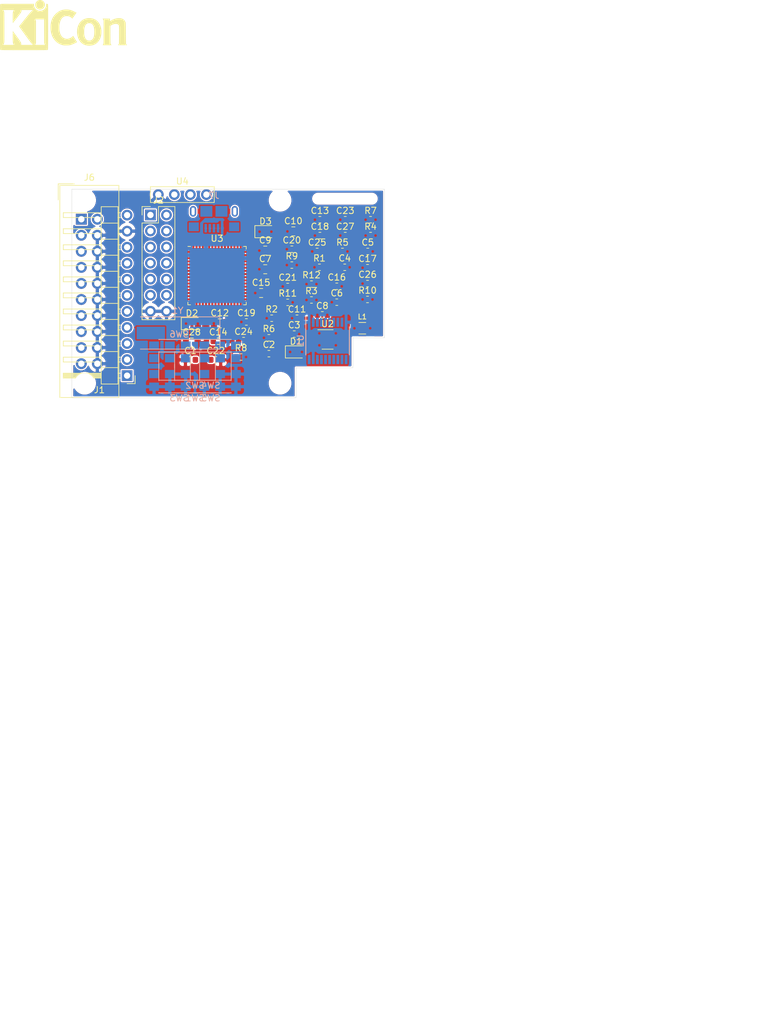
<source format=kicad_pcb>
(kicad_pcb (version 20171130) (host pcbnew 5.1.0+dfsg1-1)
  (layers (0 F.Cu signal) (1 In1.Cu signal) (2 In2.Cu signal) (3 In3.Cu signal) (4 In4.Cu signal) (5 In5.Cu signal) (6 In6.Cu signal) (7 In7.Cu signal) (8 In8.Cu signal) (9 In9.Cu signal) (10 In10.Cu signal) (11 In11.Cu signal) (12 In12.Cu signal) (13 In13.Cu signal) (14 In14.Cu signal) (15 In15.Cu signal) (16 In16.Cu signal) (17 In17.Cu signal) (18 In18.Cu signal) (19 In19.Cu signal) (20 In20.Cu signal) (21 In21.Cu signal) (22 In22.Cu signal) (23 In23.Cu signal) (24 In24.Cu signal) (25 In25.Cu signal) (26 In26.Cu signal) (27 In27.Cu signal) (28 In28.Cu signal) (29 In29.Cu signal) (30 In30.Cu signal) (31 B.Cu signal) (34 B.Paste user) (35 F.Paste user) (36 B.SilkS user) (37 F.SilkS user) (38 B.Mask user) (39 F.Mask user) (44 Edge.Cuts user))
  (net 0 "")
  (net 1 GND)
  (net 2 +3V3)
  (net 3 VBUS)
  (net 4 "Net-(C8-Pad2)")
  (net 5 "Net-(C13-Pad1)")
  (net 6 "Net-(C14-Pad1)")
  (net 7 /NRST)
  (net 8 "Net-(C20-Pad1)")
  (net 9 +1V2)
  (net 10 "Net-(D1-Pad2)")
  (net 11 "Net-(D2-Pad2)")
  (net 12 "Net-(D3-Pad1)")
  (net 13 /PROBE_IN7)
  (net 14 /PROBE_IN6)
  (net 15 /PROBE_IN5)
  (net 16 /PROBE_IN4)
  (net 17 /PROBE_IN3)
  (net 18 /PROBE_IN2)
  (net 19 /PROBE_IN1)
  (net 20 /PROBE_IN0)
  (net 21 /ADC1)
  (net 22 /ADC0)
  (net 23 /MOSI)
  (net 24 /MISO)
  (net 25 /SCK)
  (net 26 /SDA)
  (net 27 /SCL)
  (net 28 /UART_RX)
  (net 29 /UART_TX)
  (net 30 /USB_D+)
  (net 31 /USB_D-)
  (net 32 "Net-(L1-Pad1)")
  (net 33 /PIODCCLK)
  (net 34 /PCK0)
  (net 35 /PROBE3)
  (net 36 /PROBE2)
  (net 37 /PROBE1)
  (net 38 /PROBE0)
  (net 39 /PROBE7)
  (net 40 /PROBE6)
  (net 41 /PROBE5)
  (net 42 /PROBE4)
  (net 43 /USB1_D+)
  (net 44 /USB1_D-)
  (net 45 /TDO)
  (net 46 /TCK)
  (net 47 /TMS)
  (net 48 /TDI)
  (net 49 "Net-(D1-Pad1)")
  (net 50 "Net-(D2-Pad1)")
  (net 51 /DAC1)
  (net 52 /DAC0)
  (net 53 "Net-(J6-Pad1)")
  (net 54 "Net-(SW6-Pad2)")
  (net 55 /BTN3)
  (net 56 /BTN4)
  (net 57 /BTN1)
  (net 58 /BTN2)
  (net 59 "Net-(J6-Pad2)")
  (net 60 "Net-(J6-Pad11)")
  (net 61 "Net-(J6-Pad15)")
  (net 62 "Net-(J6-Pad17)")
  (net 63 "Net-(J6-Pad19)")
  (net 64 "Net-(J7-Pad4)")
  (net 65 "Net-(U3-Pad5)")
  (net 66 "Net-(U3-Pad6)")
  (net 67 "Net-(U3-Pad9)")
  (net 68 "Net-(U3-Pad10)")
  (net 69 "Net-(U3-Pad11)")
  (net 70 "Net-(U3-Pad13)")
  (net 71 "Net-(U3-Pad19)")
  (net 72 "Net-(U3-Pad20)")
  (net 73 "Net-(U3-Pad28)")
  (net 74 "Net-(U3-Pad35)")
  (net 75 "Net-(U3-Pad40)")
  (net 76 "Net-(U3-Pad44)")
  (net 77 "Net-(U3-Pad50)")
  (module kicon_badge:SW_SPST_PTS645 (layer B.Cu) (at 187.5 72.5 180)
    (fp_text reference SW6 (at 0 4.05 180) (layer B.SilkS) (effects (justify mirror)))
    (fp_text value Erase)
    (pad 2 smd rect (at 3.98 -2.25 180) (size 1.55 1.3) (layers B.Cu B.Paste B.Mask) (net 54 "Net-(SW6-Pad2)"))
    (pad 1 smd rect (at 3.98 2.25 180) (size 1.55 1.3) (layers B.Cu B.Paste B.Mask) (net 2 +3V3))
    (pad 1 smd rect (at -3.98 2.25 180) (size 1.55 1.3) (layers B.Cu B.Paste B.Mask) (net 2 +3V3))
    (pad 2 smd rect (at -3.98 -2.25 180) (size 1.55 1.3) (layers B.Cu B.Paste B.Mask) (net 54 "Net-(SW6-Pad2)"))
  )
  (module kicon_badge:SW_SPST_PTS645 (layer B.Cu) (at 192.5 74.5)
    (fp_text reference SW5 (at 0 4.05) (layer B.SilkS) (effects (justify mirror)))
    (fp_text value Reset)
    (pad 2 smd rect (at 3.98 -2.25) (size 1.55 1.3) (layers B.Cu B.Paste B.Mask) (net 7 /NRST))
    (pad 1 smd rect (at 3.98 2.25) (size 1.55 1.3) (layers B.Cu B.Paste B.Mask) (net 1 GND))
    (pad 1 smd rect (at -3.98 2.25) (size 1.55 1.3) (layers B.Cu B.Paste B.Mask) (net 1 GND))
    (pad 2 smd rect (at -3.98 -2.25) (size 1.55 1.3) (layers B.Cu B.Paste B.Mask) (net 7 /NRST))
  )
  (module kicon_badge:SW_SPST_PTS645 (layer B.Cu) (at 192.5 72.5)
    (fp_text reference SW4 (at 0 4.05) (layer B.SilkS) (effects (justify mirror)))
    (fp_text value BTN4)
    (pad 2 smd rect (at 3.98 -2.25) (size 1.55 1.3) (layers B.Cu B.Paste B.Mask) (net 56 /BTN4))
    (pad 1 smd rect (at 3.98 2.25) (size 1.55 1.3) (layers B.Cu B.Paste B.Mask) (net 1 GND))
    (pad 1 smd rect (at -3.98 2.25) (size 1.55 1.3) (layers B.Cu B.Paste B.Mask) (net 1 GND))
    (pad 2 smd rect (at -3.98 -2.25) (size 1.55 1.3) (layers B.Cu B.Paste B.Mask) (net 56 /BTN4))
  )
  (module kicon_badge:SW_SPST_PTS645 (layer B.Cu) (at 190 72.5)
    (fp_text reference SW2 (at 0 4.05) (layer B.SilkS) (effects (justify mirror)))
    (fp_text value BTN2)
    (pad 2 smd rect (at 3.98 -2.25) (size 1.55 1.3) (layers B.Cu B.Paste B.Mask) (net 58 /BTN2))
    (pad 1 smd rect (at 3.98 2.25) (size 1.55 1.3) (layers B.Cu B.Paste B.Mask) (net 1 GND))
    (pad 1 smd rect (at -3.98 2.25) (size 1.55 1.3) (layers B.Cu B.Paste B.Mask) (net 1 GND))
    (pad 2 smd rect (at -3.98 -2.25) (size 1.55 1.3) (layers B.Cu B.Paste B.Mask) (net 58 /BTN2))
  )
  (module kicon_badge:SW_SPST_PTS645 (layer B.Cu) (at 190 74.5)
    (fp_text reference SW1 (at 0 4.05) (layer B.SilkS) (effects (justify mirror)))
    (fp_text value BTN1)
    (pad 2 smd rect (at 3.98 -2.25) (size 1.55 1.3) (layers B.Cu B.Paste B.Mask) (net 57 /BTN1))
    (pad 1 smd rect (at 3.98 2.25) (size 1.55 1.3) (layers B.Cu B.Paste B.Mask) (net 1 GND))
    (pad 1 smd rect (at -3.98 2.25) (size 1.55 1.3) (layers B.Cu B.Paste B.Mask) (net 1 GND))
    (pad 2 smd rect (at -3.98 -2.25) (size 1.55 1.3) (layers B.Cu B.Paste B.Mask) (net 57 /BTN1))
  )
  (module Connector_PinHeader_2.54mm:PinHeader_1x11_P2.54mm_Horizontal (layer F.Cu) (at 179.25 75 180)
    (fp_text reference J1 (at 4.385 -2.27 180) (layer F.SilkS))
    (fp_text value LogicProbes)
    (pad 11 thru_hole oval (at 0 25.4 180) (size 1.7 1.7) (drill 1) (layers *.Cu *.Mask) (net 2 +3V3))
    (pad 10 thru_hole oval (at 0 22.86 180) (size 1.7 1.7) (drill 1) (layers *.Cu *.Mask) (net 1 GND))
    (pad 9 thru_hole oval (at 0 20.32 180) (size 1.7 1.7) (drill 1) (layers *.Cu *.Mask) (net 16 /PROBE_IN4))
    (pad 8 thru_hole oval (at 0 17.78 180) (size 1.7 1.7) (drill 1) (layers *.Cu *.Mask) (net 15 /PROBE_IN5))
    (pad 7 thru_hole oval (at 0 15.24 180) (size 1.7 1.7) (drill 1) (layers *.Cu *.Mask) (net 14 /PROBE_IN6))
    (pad 6 thru_hole oval (at 0 12.7 180) (size 1.7 1.7) (drill 1) (layers *.Cu *.Mask) (net 13 /PROBE_IN7))
    (pad 5 thru_hole oval (at 0 10.16 180) (size 1.7 1.7) (drill 1) (layers *.Cu *.Mask) (net 17 /PROBE_IN3))
    (pad 4 thru_hole oval (at 0 7.62 180) (size 1.7 1.7) (drill 1) (layers *.Cu *.Mask) (net 18 /PROBE_IN2))
    (pad 3 thru_hole oval (at 0 5.08 180) (size 1.7 1.7) (drill 1) (layers *.Cu *.Mask) (net 19 /PROBE_IN1))
    (pad 2 thru_hole oval (at 0 2.54 180) (size 1.7 1.7) (drill 1) (layers *.Cu *.Mask) (net 20 /PROBE_IN0))
    (pad 1 thru_hole rect (at 0 0 180) (size 1.7 1.7) (drill 1) (layers *.Cu *.Mask) (net 33 /PIODCCLK))
  )
  (module kicon_badge:KiCon_Logo (layer F.Cu) (at 169.25 19.5)
    (fp_text reference REF** hide)
    (fp_text value KiCon_Logo hide)
  )
  (module Inductor_SMD:L_1007_2518Metric (layer F.Cu) (at 216.5 67.5)
    (fp_text reference L1 (at 0 -1.82) (layer F.SilkS) (effects (font (size 0.8 0.8))))
    (fp_text value 2.2u)
    (pad 2 smd roundrect (at 1.25 0) (size 1 2) (layers F.Cu F.Paste F.Mask) (roundrect_rratio 0.2) (net 2 +3V3))
    (pad 1 smd roundrect (at -1.25 0) (size 1 2) (layers F.Cu F.Paste F.Mask) (roundrect_rratio 0.2) (net 32 "Net-(L1-Pad1)"))
  )
  (module Capacitor_SMD:C_0603_1608Metric (layer F.Cu) (at 189.275001 72.495001)
    (fp_text reference C1 (at 0 -1.43) (layer F.SilkS))
    (fp_text value 100n)
    (pad 2 smd roundrect (at 0.7875 0) (size 0.875 0.95) (layers F.Cu F.Paste F.Mask) (net 57 /BTN1))
    (pad 1 smd roundrect (at -0.7875 0) (size 0.875 0.95) (layers F.Cu F.Paste F.Mask) (net 1 GND))
  )
  (module Capacitor_SMD:C_0603_1608Metric (layer F.Cu) (at 201.705001 71.525001)
    (fp_text reference C2 (at 0 -1.43) (layer F.SilkS))
    (fp_text value 100n)
    (pad 2 smd roundrect (at 0.7875 0) (size 0.875 0.95) (layers F.Cu F.Paste F.Mask) (net 58 /BTN2))
    (pad 1 smd roundrect (at -0.7875 0) (size 0.875 0.95) (layers F.Cu F.Paste F.Mask) (net 1 GND))
  )
  (module Capacitor_SMD:C_0603_1608Metric (layer F.Cu) (at 205.715001 68.425001)
    (fp_text reference C3 (at 0 -1.43) (layer F.SilkS))
    (fp_text value 100n)
    (pad 1 smd roundrect (at -0.7875 0) (size 0.875 0.95) (layers F.Cu F.Paste F.Mask) (net 1 GND))
    (pad 2 smd roundrect (at 0.7875 0) (size 0.875 0.95) (layers F.Cu F.Paste F.Mask) (net 55 /BTN3))
  )
  (module Capacitor_SMD:C_0603_1608Metric (layer F.Cu) (at 213.715001 57.855001)
    (fp_text reference C4 (at 0 -1.43) (layer F.SilkS))
    (fp_text value 100n)
    (pad 1 smd roundrect (at -0.7875 0) (size 0.875 0.95) (layers F.Cu F.Paste F.Mask) (net 1 GND))
    (pad 2 smd roundrect (at 0.7875 0) (size 0.875 0.95) (layers F.Cu F.Paste F.Mask) (net 56 /BTN4))
  )
  (module Capacitor_SMD:C_0603_1608Metric (layer F.Cu) (at 217.365001 55.345001)
    (fp_text reference C5 (at 0 -1.43) (layer F.SilkS))
    (fp_text value 100n)
    (pad 2 smd roundrect (at 0.7875 0) (size 0.875 0.95) (layers F.Cu F.Paste F.Mask) (net 2 +3V3))
    (pad 1 smd roundrect (at -0.7875 0) (size 0.875 0.95) (layers F.Cu F.Paste F.Mask) (net 1 GND))
  )
  (module Capacitor_SMD:C_0603_1608Metric (layer F.Cu) (at 212.455001 63.375001)
    (fp_text reference C6 (at 0 -1.43) (layer F.SilkS))
    (fp_text value 100n)
    (pad 2 smd roundrect (at 0.7875 0) (size 0.875 0.95) (layers F.Cu F.Paste F.Mask) (net 1 GND))
    (pad 1 smd roundrect (at -0.7875 0) (size 0.875 0.95) (layers F.Cu F.Paste F.Mask) (net 3 VBUS))
  )
  (module Capacitor_SMD:C_0805_2012Metric (layer F.Cu) (at 201.125001 58.165001)
    (fp_text reference C7 (at 0 -1.65) (layer F.SilkS))
    (fp_text value 22u/6.3V)
    (pad 2 smd roundrect (at 0.9375 0) (size 0.975 1.4) (layers F.Cu F.Paste F.Mask) (net 1 GND))
    (pad 1 smd roundrect (at -0.9375 0) (size 0.975 1.4) (layers F.Cu F.Paste F.Mask) (net 3 VBUS))
  )
  (module Capacitor_SMD:C_0603_1608Metric (layer F.Cu) (at 210.165001 65.385001)
    (fp_text reference C8 (at 0 -1.43) (layer F.SilkS))
    (fp_text value 22p)
    (pad 2 smd roundrect (at 0.7875 0) (size 0.875 0.95) (layers F.Cu F.Paste F.Mask) (net 4 "Net-(C8-Pad2)"))
    (pad 1 smd roundrect (at -0.7875 0) (size 0.875 0.95) (layers F.Cu F.Paste F.Mask) (net 2 +3V3))
  )
  (module Capacitor_SMD:C_0805_2012Metric (layer F.Cu) (at 201.125001 55.215001)
    (fp_text reference C9 (at 0 -1.65) (layer F.SilkS))
    (fp_text value 22u/6.3V)
    (pad 1 smd roundrect (at -0.9375 0) (size 0.975 1.4) (layers F.Cu F.Paste F.Mask) (net 2 +3V3))
    (pad 2 smd roundrect (at 0.9375 0) (size 0.975 1.4) (layers F.Cu F.Paste F.Mask) (net 1 GND))
  )
  (module Capacitor_SMD:C_0805_2012Metric (layer F.Cu) (at 205.575001 52.175001)
    (fp_text reference C10 (at 0 -1.65) (layer F.SilkS))
    (fp_text value 22u/6.3V)
    (pad 2 smd roundrect (at 0.9375 0) (size 0.975 1.4) (layers F.Cu F.Paste F.Mask) (net 1 GND))
    (pad 1 smd roundrect (at -0.9375 0) (size 0.975 1.4) (layers F.Cu F.Paste F.Mask) (net 2 +3V3))
  )
  (module Capacitor_SMD:C_0603_1608Metric (layer F.Cu) (at 206.155001 65.915001)
    (fp_text reference C11 (at 0 -1.43) (layer F.SilkS))
    (fp_text value 100n)
    (pad 1 smd roundrect (at -0.7875 0) (size 0.875 0.95) (layers F.Cu F.Paste F.Mask) (net 2 +3V3))
    (pad 2 smd roundrect (at 0.7875 0) (size 0.875 0.95) (layers F.Cu F.Paste F.Mask) (net 1 GND))
  )
  (module Capacitor_SMD:C_0805_2012Metric (layer F.Cu) (at 193.925001 66.725001)
    (fp_text reference C12 (at 0 -1.65) (layer F.SilkS))
    (fp_text value 4.7u)
    (pad 1 smd roundrect (at -0.9375 0) (size 0.975 1.4) (layers F.Cu F.Paste F.Mask) (net 2 +3V3))
    (pad 2 smd roundrect (at 0.9375 0) (size 0.975 1.4) (layers F.Cu F.Paste F.Mask) (net 1 GND))
  )
  (module Capacitor_SMD:C_0603_1608Metric (layer F.Cu) (at 209.785001 50.325001)
    (fp_text reference C13 (at 0 -1.43) (layer F.SilkS))
    (fp_text value 22p)
    (pad 1 smd roundrect (at -0.7875 0) (size 0.875 0.95) (layers F.Cu F.Paste F.Mask) (net 5 "Net-(C13-Pad1)"))
    (pad 2 smd roundrect (at 0.7875 0) (size 0.875 0.95) (layers F.Cu F.Paste F.Mask) (net 1 GND))
  )
  (module Capacitor_SMD:C_0603_1608Metric (layer F.Cu) (at 193.685001 69.545001)
    (fp_text reference C14 (at 0 -1.43) (layer F.SilkS))
    (fp_text value 22p)
    (pad 2 smd roundrect (at 0.7875 0) (size 0.875 0.95) (layers F.Cu F.Paste F.Mask) (net 1 GND))
    (pad 1 smd roundrect (at -0.7875 0) (size 0.875 0.95) (layers F.Cu F.Paste F.Mask) (net 6 "Net-(C14-Pad1)"))
  )
  (module Capacitor_SMD:C_0805_2012Metric (layer F.Cu) (at 200.475001 61.925001)
    (fp_text reference C15 (at 0 -1.65) (layer F.SilkS))
    (fp_text value 4.7u)
    (pad 2 smd roundrect (at 0.9375 0) (size 0.975 1.4) (layers F.Cu F.Paste F.Mask) (net 1 GND))
    (pad 1 smd roundrect (at -0.9375 0) (size 0.975 1.4) (layers F.Cu F.Paste F.Mask) (net 2 +3V3))
  )
  (module Capacitor_SMD:C_0603_1608Metric (layer F.Cu) (at 212.455001 60.865001)
    (fp_text reference C16 (at 0 -1.43) (layer F.SilkS))
    (fp_text value 100n)
    (pad 1 smd roundrect (at -0.7875 0) (size 0.875 0.95) (layers F.Cu F.Paste F.Mask) (net 1 GND))
    (pad 2 smd roundrect (at 0.7875 0) (size 0.875 0.95) (layers F.Cu F.Paste F.Mask) (net 7 /NRST))
  )
  (module Capacitor_SMD:C_0603_1608Metric (layer F.Cu) (at 217.325001 57.925001)
    (fp_text reference C17 (at 0 -1.43) (layer F.SilkS))
    (fp_text value 100n)
    (pad 2 smd roundrect (at 0.7875 0) (size 0.875 0.95) (layers F.Cu F.Paste F.Mask) (net 1 GND))
    (pad 1 smd roundrect (at -0.7875 0) (size 0.875 0.95) (layers F.Cu F.Paste F.Mask) (net 2 +3V3))
  )
  (module Capacitor_SMD:C_0603_1608Metric (layer F.Cu) (at 209.785001 52.835001)
    (fp_text reference C18 (at 0 -1.43) (layer F.SilkS))
    (fp_text value 100n)
    (pad 1 smd roundrect (at -0.7875 0) (size 0.875 0.95) (layers F.Cu F.Paste F.Mask) (net 2 +3V3))
    (pad 2 smd roundrect (at 0.7875 0) (size 0.875 0.95) (layers F.Cu F.Paste F.Mask) (net 1 GND))
  )
  (module Capacitor_SMD:C_0603_1608Metric (layer F.Cu) (at 198.135001 66.505001)
    (fp_text reference C19 (at 0 -1.43) (layer F.SilkS))
    (fp_text value 100n)
    (pad 2 smd roundrect (at 0.7875 0) (size 0.875 0.95) (layers F.Cu F.Paste F.Mask) (net 1 GND))
    (pad 1 smd roundrect (at -0.7875 0) (size 0.875 0.95) (layers F.Cu F.Paste F.Mask) (net 2 +3V3))
  )
  (module Capacitor_SMD:C_0603_1608Metric (layer F.Cu) (at 205.335001 54.995001)
    (fp_text reference C20 (at 0 -1.43) (layer F.SilkS))
    (fp_text value 1n)
    (pad 1 smd roundrect (at -0.7875 0) (size 0.875 0.95) (layers F.Cu F.Paste F.Mask) (net 8 "Net-(C20-Pad1)"))
    (pad 2 smd roundrect (at 0.7875 0) (size 0.875 0.95) (layers F.Cu F.Paste F.Mask) (net 1 GND))
  )
  (module Capacitor_SMD:C_0603_1608Metric (layer F.Cu) (at 204.685001 60.895001)
    (fp_text reference C21 (at 0 -1.43) (layer F.SilkS))
    (fp_text value 100n)
    (pad 1 smd roundrect (at -0.7875 0) (size 0.875 0.95) (layers F.Cu F.Paste F.Mask) (net 2 +3V3))
    (pad 2 smd roundrect (at 0.7875 0) (size 0.875 0.95) (layers F.Cu F.Paste F.Mask) (net 1 GND))
  )
  (module Capacitor_SMD:C_0603_1608Metric (layer F.Cu) (at 193.285001 72.495001)
    (fp_text reference C22 (at 0 -1.43) (layer F.SilkS))
    (fp_text value 100n)
    (pad 1 smd roundrect (at -0.7875 0) (size 0.875 0.95) (layers F.Cu F.Paste F.Mask) (net 9 +1V2))
    (pad 2 smd roundrect (at 0.7875 0) (size 0.875 0.95) (layers F.Cu F.Paste F.Mask) (net 1 GND))
  )
  (module Capacitor_SMD:C_0603_1608Metric (layer F.Cu) (at 213.795001 50.325001)
    (fp_text reference C23 (at 0 -1.43) (layer F.SilkS))
    (fp_text value 100n)
    (pad 1 smd roundrect (at -0.7875 0) (size 0.875 0.95) (layers F.Cu F.Paste F.Mask) (net 9 +1V2))
    (pad 2 smd roundrect (at 0.7875 0) (size 0.875 0.95) (layers F.Cu F.Paste F.Mask) (net 1 GND))
  )
  (module Capacitor_SMD:C_0603_1608Metric (layer F.Cu) (at 197.695001 69.455001)
    (fp_text reference C24 (at 0 -1.43) (layer F.SilkS))
    (fp_text value 100n)
    (pad 2 smd roundrect (at 0.7875 0) (size 0.875 0.95) (layers F.Cu F.Paste F.Mask) (net 1 GND))
    (pad 1 smd roundrect (at -0.7875 0) (size 0.875 0.95) (layers F.Cu F.Paste F.Mask) (net 9 +1V2))
  )
  (module Capacitor_SMD:C_0603_1608Metric (layer F.Cu) (at 209.345001 55.345001)
    (fp_text reference C25 (at 0 -1.43) (layer F.SilkS))
    (fp_text value 100n)
    (pad 2 smd roundrect (at 0.7875 0) (size 0.875 0.95) (layers F.Cu F.Paste F.Mask) (net 1 GND))
    (pad 1 smd roundrect (at -0.7875 0) (size 0.875 0.95) (layers F.Cu F.Paste F.Mask) (net 2 +3V3))
  )
  (module Capacitor_SMD:C_0603_1608Metric (layer F.Cu) (at 217.325001 60.435001)
    (fp_text reference C26 (at 0 -1.43) (layer F.SilkS))
    (fp_text value 100n)
    (pad 1 smd roundrect (at -0.7875 0) (size 0.875 0.95) (layers F.Cu F.Paste F.Mask) (net 9 +1V2))
    (pad 2 smd roundrect (at 0.7875 0) (size 0.875 0.95) (layers F.Cu F.Paste F.Mask) (net 1 GND))
  )
  (module Capacitor_SMD:C_0603_1608Metric (layer F.Cu) (at 213.795001 52.835001)
    (fp_text reference C27 (at 0 -1.43) (layer F.SilkS))
    (fp_text value 100n)
    (pad 2 smd roundrect (at 0.7875 0) (size 0.875 0.95) (layers F.Cu F.Paste F.Mask) (net 1 GND))
    (pad 1 smd roundrect (at -0.7875 0) (size 0.875 0.95) (layers F.Cu F.Paste F.Mask) (net 9 +1V2))
  )
  (module Capacitor_SMD:C_0805_2012Metric (layer F.Cu) (at 189.475001 69.765001)
    (fp_text reference C28 (at 0 -1.65) (layer F.SilkS))
    (fp_text value 4.7u)
    (pad 1 smd roundrect (at -0.9375 0) (size 0.975 1.4) (layers F.Cu F.Paste F.Mask) (net 9 +1V2))
    (pad 2 smd roundrect (at 0.9375 0) (size 0.975 1.4) (layers F.Cu F.Paste F.Mask) (net 1 GND))
  )
  (module LED_SMD:LED_0805_2012Metric (layer F.Cu) (at 206 71.25)
    (fp_text reference D1 (at 0 -1.65) (layer F.SilkS))
    (fp_text value LED)
    (pad 2 smd roundrect (at 0.9375 0) (size 0.975 1.4) (layers F.Cu F.Paste F.Mask) (net 10 "Net-(D1-Pad2)"))
    (pad 1 smd roundrect (at -0.9375 0) (size 0.975 1.4) (layers F.Cu F.Paste F.Mask) (net 49 "Net-(D1-Pad1)"))
  )
  (module LED_SMD:LED_0805_2012Metric (layer F.Cu) (at 189.515001 66.770001)
    (fp_text reference D2 (at 0 -1.65) (layer F.SilkS))
    (fp_text value LED)
    (pad 1 smd roundrect (at -0.9375 0) (size 0.975 1.4) (layers F.Cu F.Paste F.Mask) (net 50 "Net-(D2-Pad1)"))
    (pad 2 smd roundrect (at 0.9375 0) (size 0.975 1.4) (layers F.Cu F.Paste F.Mask) (net 11 "Net-(D2-Pad2)"))
  )
  (module LED_SMD:LED_0805_2012Metric (layer F.Cu) (at 201.165001 52.220001)
    (fp_text reference D3 (at 0 -1.65) (layer F.SilkS))
    (fp_text value LED)
    (pad 1 smd roundrect (at -0.9375 0) (size 0.975 1.4) (layers F.Cu F.Paste F.Mask) (net 12 "Net-(D3-Pad1)"))
    (pad 2 smd roundrect (at 0.9375 0) (size 0.975 1.4) (layers F.Cu F.Paste F.Mask) (net 2 +3V3))
  )
  (module kicon_badge:ClipHole (layer F.Cu) (at 213.75 47)
    (fp_text reference H1 hide)
    (fp_text value Clip)
    (pad "" np_thru_hole oval (at 0 0) (size 10 1.5) (drill oval 10 1.5) (layers *.Cu *.Mask))
  )
  (module Connector_PinHeader_2.54mm:PinHeader_2x07_P2.54mm_Vertical (layer F.Cu) (at 182.945001 49.575001)
    (fp_text reference J2 (at 1.27 -2.33) (layer F.SilkS))
    (fp_text value Ports)
    (pad 1 thru_hole rect (at 0 0) (size 1.7 1.7) (drill 1) (layers *.Cu *.Mask) (net 2 +3V3))
    (pad 2 thru_hole oval (at 2.54 0) (size 1.7 1.7) (drill 1) (layers *.Cu *.Mask) (net 21 /ADC1))
    (pad 3 thru_hole oval (at 0 2.54) (size 1.7 1.7) (drill 1) (layers *.Cu *.Mask) (net 51 /DAC1))
    (pad 4 thru_hole oval (at 2.54 2.54) (size 1.7 1.7) (drill 1) (layers *.Cu *.Mask) (net 22 /ADC0))
    (pad 5 thru_hole oval (at 0 5.08) (size 1.7 1.7) (drill 1) (layers *.Cu *.Mask) (net 52 /DAC0))
    (pad 6 thru_hole oval (at 2.54 5.08) (size 1.7 1.7) (drill 1) (layers *.Cu *.Mask) (net 24 /MISO))
    (pad 7 thru_hole oval (at 0 7.62) (size 1.7 1.7) (drill 1) (layers *.Cu *.Mask) (net 27 /SCL))
    (pad 8 thru_hole oval (at 2.54 7.62) (size 1.7 1.7) (drill 1) (layers *.Cu *.Mask) (net 23 /MOSI))
    (pad 9 thru_hole oval (at 0 10.16) (size 1.7 1.7) (drill 1) (layers *.Cu *.Mask) (net 26 /SDA))
    (pad 10 thru_hole oval (at 2.54 10.16) (size 1.7 1.7) (drill 1) (layers *.Cu *.Mask) (net 25 /SCK))
    (pad 11 thru_hole oval (at 0 12.7) (size 1.7 1.7) (drill 1) (layers *.Cu *.Mask) (net 29 /UART_TX))
    (pad 12 thru_hole oval (at 2.54 12.7) (size 1.7 1.7) (drill 1) (layers *.Cu *.Mask) (net 28 /UART_RX))
    (pad 13 thru_hole oval (at 0 15.24) (size 1.7 1.7) (drill 1) (layers *.Cu *.Mask) (net 1 GND))
    (pad 14 thru_hole oval (at 2.54 15.24) (size 1.7 1.7) (drill 1) (layers *.Cu *.Mask) (net 1 GND))
  )
  (module Connector_IDC:IDC-Header_2x10_P2.54mm_Vertical (layer F.Cu) (at 172 50.25)
    (fp_text reference J6 (at 1.27 -6.604) (layer F.SilkS))
    (fp_text value Conn_ARM_JTAG_SWD_20)
    (pad 1 thru_hole rect (at 0 0) (size 1.7272 1.7272) (drill 1.016) (layers *.Cu *.Mask) (net 53 "Net-(J6-Pad1)"))
    (pad 2 thru_hole oval (at 2.54 0) (size 1.7272 1.7272) (drill 1.016) (layers *.Cu *.Mask) (net 59 "Net-(J6-Pad2)"))
    (pad 3 thru_hole oval (at 0 2.54) (size 1.7272 1.7272) (drill 1.016) (layers *.Cu *.Mask) (net 7 /NRST))
    (pad 4 thru_hole oval (at 2.54 2.54) (size 1.7272 1.7272) (drill 1.016) (layers *.Cu *.Mask) (net 1 GND))
    (pad 5 thru_hole oval (at 0 5.08) (size 1.7272 1.7272) (drill 1.016) (layers *.Cu *.Mask) (net 48 /TDI))
    (pad 6 thru_hole oval (at 2.54 5.08) (size 1.7272 1.7272) (drill 1.016) (layers *.Cu *.Mask) (net 1 GND))
    (pad 7 thru_hole oval (at 0 7.62) (size 1.7272 1.7272) (drill 1.016) (layers *.Cu *.Mask) (net 47 /TMS))
    (pad 8 thru_hole oval (at 2.54 7.62) (size 1.7272 1.7272) (drill 1.016) (layers *.Cu *.Mask) (net 1 GND))
    (pad 9 thru_hole oval (at 0 10.16) (size 1.7272 1.7272) (drill 1.016) (layers *.Cu *.Mask) (net 46 /TCK))
    (pad 10 thru_hole oval (at 2.54 10.16) (size 1.7272 1.7272) (drill 1.016) (layers *.Cu *.Mask) (net 1 GND))
    (pad 11 thru_hole oval (at 0 12.7) (size 1.7272 1.7272) (drill 1.016) (layers *.Cu *.Mask) (net 60 "Net-(J6-Pad11)"))
    (pad 12 thru_hole oval (at 2.54 12.7) (size 1.7272 1.7272) (drill 1.016) (layers *.Cu *.Mask) (net 1 GND))
    (pad 13 thru_hole oval (at 0 15.24) (size 1.7272 1.7272) (drill 1.016) (layers *.Cu *.Mask) (net 45 /TDO))
    (pad 14 thru_hole oval (at 2.54 15.24) (size 1.7272 1.7272) (drill 1.016) (layers *.Cu *.Mask) (net 1 GND))
    (pad 15 thru_hole oval (at 0 17.78) (size 1.7272 1.7272) (drill 1.016) (layers *.Cu *.Mask) (net 61 "Net-(J6-Pad15)"))
    (pad 16 thru_hole oval (at 2.54 17.78) (size 1.7272 1.7272) (drill 1.016) (layers *.Cu *.Mask) (net 1 GND))
    (pad 17 thru_hole oval (at 0 20.32) (size 1.7272 1.7272) (drill 1.016) (layers *.Cu *.Mask) (net 62 "Net-(J6-Pad17)"))
    (pad 18 thru_hole oval (at 2.54 20.32) (size 1.7272 1.7272) (drill 1.016) (layers *.Cu *.Mask) (net 1 GND))
    (pad 19 thru_hole oval (at 0 22.86) (size 1.7272 1.7272) (drill 1.016) (layers *.Cu *.Mask) (net 63 "Net-(J6-Pad19)"))
    (pad 20 thru_hole oval (at 2.54 22.86) (size 1.7272 1.7272) (drill 1.016) (layers *.Cu *.Mask) (net 1 GND))
  )
  (module kicon_badge:10118193-0001LF (layer B.Cu) (at 193 49)
    (fp_text reference J7 (at 0 -2.5) (layer B.SilkS) (effects (justify mirror)))
    (fp_text value USB_B_Micro)
    (pad 1 smd rect (at -1.3 2.675) (size 0.4 1.35) (layers B.Cu B.Paste B.Mask) (net 3 VBUS))
    (pad 2 smd rect (at -0.65 2.675) (size 0.4 1.35) (layers B.Cu B.Paste B.Mask) (net 44 /USB1_D-))
    (pad 3 smd rect (at 0 2.675) (size 0.4 1.35) (layers B.Cu B.Paste B.Mask) (net 43 /USB1_D+))
    (pad 4 smd rect (at 0.65 2.675) (size 0.4 1.35) (layers B.Cu B.Paste B.Mask) (net 64 "Net-(J7-Pad4)"))
    (pad 5 smd rect (at 1.3 2.675) (size 0.4 1.35) (layers B.Cu B.Paste B.Mask) (net 1 GND))
    (pad 6 smd rect (at -3.2 2.45) (size 1.6 1.4) (layers B.Cu B.Paste B.Mask) (net 8 "Net-(C20-Pad1)"))
    (pad 6 smd rect (at 3.2 2.45) (size 1.6 1.4) (layers B.Cu B.Paste B.Mask) (net 8 "Net-(C20-Pad1)"))
    (pad "" thru_hole oval (at -3.3 0) (size 1 1.7) (drill oval 0.5 1.2) (layers *.Cu *.Mask))
    (pad "" thru_hole oval (at 3.3 0 180) (size 1 1.7) (drill oval 0.5 1.2) (layers *.Cu *.Mask))
    (pad 6 smd rect (at -1.2 0) (size 1.9 1.7) (layers B.Cu B.Paste B.Mask) (net 8 "Net-(C20-Pad1)"))
    (pad 6 smd rect (at 1.2 0 180) (size 1.9 1.7) (layers B.Cu B.Paste B.Mask) (net 8 "Net-(C20-Pad1)"))
  )
  (module Resistor_SMD:R_0603_1608Metric (layer F.Cu) (at 209.705001 57.855001)
    (fp_text reference R1 (at 0 -1.43) (layer F.SilkS))
    (fp_text value 120)
    (pad 1 smd roundrect (at -0.7875 0) (size 0.875 0.95) (layers F.Cu F.Paste F.Mask) (net 49 "Net-(D1-Pad1)"))
    (pad 2 smd roundrect (at 0.7875 0) (size 0.875 0.95) (layers F.Cu F.Paste F.Mask) (net 1 GND))
  )
  (module Resistor_SMD:R_0603_1608Metric (layer F.Cu) (at 202.145001 65.915001)
    (fp_text reference R2 (at 0 -1.43) (layer F.SilkS))
    (fp_text value 120)
    (pad 2 smd roundrect (at 0.7875 0) (size 0.875 0.95) (layers F.Cu F.Paste F.Mask) (net 1 GND))
    (pad 1 smd roundrect (at -0.7875 0) (size 0.875 0.95) (layers F.Cu F.Paste F.Mask) (net 50 "Net-(D2-Pad1)"))
  )
  (module Resistor_SMD:R_0603_1608Metric (layer F.Cu) (at 208.445001 63.025001)
    (fp_text reference R3 (at 0 -1.43) (layer F.SilkS))
    (fp_text value 22)
    (pad 2 smd roundrect (at 0.7875 0) (size 0.875 0.95) (layers F.Cu F.Paste F.Mask) (net 33 /PIODCCLK))
    (pad 1 smd roundrect (at -0.7875 0) (size 0.875 0.95) (layers F.Cu F.Paste F.Mask) (net 34 /PCK0))
  )
  (module Resistor_SMD:R_0603_1608Metric (layer F.Cu) (at 217.805001 52.835001)
    (fp_text reference R4 (at 0 -1.43) (layer F.SilkS))
    (fp_text value 300k)
    (pad 2 smd roundrect (at 0.7875 0) (size 0.875 0.95) (layers F.Cu F.Paste F.Mask) (net 2 +3V3))
    (pad 1 smd roundrect (at -0.7875 0) (size 0.875 0.95) (layers F.Cu F.Paste F.Mask) (net 4 "Net-(C8-Pad2)"))
  )
  (module Resistor_SMD:R_0603_1608Metric (layer F.Cu) (at 213.355001 55.345001)
    (fp_text reference R5 (at 0 -1.43) (layer F.SilkS))
    (fp_text value 68k)
    (pad 1 smd roundrect (at -0.7875 0) (size 0.875 0.95) (layers F.Cu F.Paste F.Mask) (net 1 GND))
    (pad 2 smd roundrect (at 0.7875 0) (size 0.875 0.95) (layers F.Cu F.Paste F.Mask) (net 4 "Net-(C8-Pad2)"))
  )
  (module Resistor_SMD:R_0603_1608Metric (layer F.Cu) (at 201.705001 69.015001)
    (fp_text reference R6 (at 0 -1.43) (layer F.SilkS))
    (fp_text value 120)
    (pad 2 smd roundrect (at 0.7875 0) (size 0.875 0.95) (layers F.Cu F.Paste F.Mask) (net 1 GND))
    (pad 1 smd roundrect (at -0.7875 0) (size 0.875 0.95) (layers F.Cu F.Paste F.Mask) (net 12 "Net-(D3-Pad1)"))
  )
  (module Resistor_SMD:R_0603_1608Metric (layer F.Cu) (at 217.805001 50.325001)
    (fp_text reference R7 (at 0 -1.43) (layer F.SilkS))
    (fp_text value DNF_22)
    (pad 1 smd roundrect (at -0.7875 0) (size 0.875 0.95) (layers F.Cu F.Paste F.Mask) (net 2 +3V3))
    (pad 2 smd roundrect (at 0.7875 0) (size 0.875 0.95) (layers F.Cu F.Paste F.Mask) (net 53 "Net-(J6-Pad1)"))
  )
  (module Resistor_SMD:R_0603_1608Metric (layer F.Cu) (at 197.295001 72.055001)
    (fp_text reference R8 (at 0 -1.43) (layer F.SilkS))
    (fp_text value 22)
    (pad 2 smd roundrect (at 0.7875 0) (size 0.875 0.95) (layers F.Cu F.Paste F.Mask) (net 43 /USB1_D+))
    (pad 1 smd roundrect (at -0.7875 0) (size 0.875 0.95) (layers F.Cu F.Paste F.Mask) (net 30 /USB_D+))
  )
  (module Resistor_SMD:R_0603_1608Metric (layer F.Cu) (at 205.335001 57.505001)
    (fp_text reference R9 (at 0 -1.43) (layer F.SilkS))
    (fp_text value 22)
    (pad 1 smd roundrect (at -0.7875 0) (size 0.875 0.95) (layers F.Cu F.Paste F.Mask) (net 31 /USB_D-))
    (pad 2 smd roundrect (at 0.7875 0) (size 0.875 0.95) (layers F.Cu F.Paste F.Mask) (net 44 /USB1_D-))
  )
  (module Resistor_SMD:R_0603_1608Metric (layer F.Cu) (at 217.325001 62.945001)
    (fp_text reference R10 (at 0 -1.43) (layer F.SilkS))
    (fp_text value 1k5)
    (pad 2 smd roundrect (at 0.7875 0) (size 0.875 0.95) (layers F.Cu F.Paste F.Mask) (net 2 +3V3))
    (pad 1 smd roundrect (at -0.7875 0) (size 0.875 0.95) (layers F.Cu F.Paste F.Mask) (net 26 /SDA))
  )
  (module Resistor_SMD:R_0603_1608Metric (layer F.Cu) (at 204.685001 63.405001)
    (fp_text reference R11 (at 0 -1.43) (layer F.SilkS))
    (fp_text value 1M)
    (pad 1 smd roundrect (at -0.7875 0) (size 0.875 0.95) (layers F.Cu F.Paste F.Mask) (net 1 GND))
    (pad 2 smd roundrect (at 0.7875 0) (size 0.875 0.95) (layers F.Cu F.Paste F.Mask) (net 8 "Net-(C20-Pad1)"))
  )
  (module Resistor_SMD:R_0603_1608Metric (layer F.Cu) (at 208.445001 60.515001)
    (fp_text reference R12 (at 0 -1.43) (layer F.SilkS))
    (fp_text value 1k5)
    (pad 1 smd roundrect (at -0.7875 0) (size 0.875 0.95) (layers F.Cu F.Paste F.Mask) (net 27 /SCL))
    (pad 2 smd roundrect (at 0.7875 0) (size 0.875 0.95) (layers F.Cu F.Paste F.Mask) (net 2 +3V3))
  )
  (module Button_Switch_SMD:SW_SPST_PTS645 (layer B.Cu) (at 187.5 74.5)
    (fp_text reference SW3 (at 0 4.05) (layer B.SilkS) (effects (justify mirror)))
    (fp_text value BTN3)
    (pad 2 smd rect (at 3.98 -2.25) (size 1.55 1.3) (layers B.Cu B.Paste B.Mask) (net 55 /BTN3))
    (pad 1 smd rect (at 3.98 2.25) (size 1.55 1.3) (layers B.Cu B.Paste B.Mask) (net 1 GND))
    (pad 1 smd rect (at -3.98 2.25) (size 1.55 1.3) (layers B.Cu B.Paste B.Mask) (net 1 GND))
    (pad 2 smd rect (at -3.98 -2.25) (size 1.55 1.3) (layers B.Cu B.Paste B.Mask) (net 55 /BTN3))
  )
  (module Package_SO:TSSOP-20_4.4x6.5mm_P0.65mm (layer B.Cu) (at 211 69.5 270)
    (fp_text reference U1 (at 0 4.3 270) (layer B.SilkS) (effects (justify mirror)))
    (fp_text value 74LCX244MTC)
    (pad 1 smd rect (at -2.95 2.925 270) (size 1.45 0.45) (layers B.Cu B.Paste B.Mask) (net 1 GND))
    (pad 2 smd rect (at -2.95 2.275 270) (size 1.45 0.45) (layers B.Cu B.Paste B.Mask) (net 20 /PROBE_IN0))
    (pad 3 smd rect (at -2.95 1.625 270) (size 1.45 0.45) (layers B.Cu B.Paste B.Mask) (net 42 /PROBE4))
    (pad 4 smd rect (at -2.95 0.975 270) (size 1.45 0.45) (layers B.Cu B.Paste B.Mask) (net 19 /PROBE_IN1))
    (pad 5 smd rect (at -2.95 0.325 270) (size 1.45 0.45) (layers B.Cu B.Paste B.Mask) (net 41 /PROBE5))
    (pad 6 smd rect (at -2.95 -0.325 270) (size 1.45 0.45) (layers B.Cu B.Paste B.Mask) (net 18 /PROBE_IN2))
    (pad 7 smd rect (at -2.95 -0.975 270) (size 1.45 0.45) (layers B.Cu B.Paste B.Mask) (net 40 /PROBE6))
    (pad 8 smd rect (at -2.95 -1.625 270) (size 1.45 0.45) (layers B.Cu B.Paste B.Mask) (net 17 /PROBE_IN3))
    (pad 9 smd rect (at -2.95 -2.275 270) (size 1.45 0.45) (layers B.Cu B.Paste B.Mask) (net 39 /PROBE7))
    (pad 10 smd rect (at -2.95 -2.925 270) (size 1.45 0.45) (layers B.Cu B.Paste B.Mask) (net 1 GND))
    (pad 11 smd rect (at 2.95 -2.925 270) (size 1.45 0.45) (layers B.Cu B.Paste B.Mask) (net 13 /PROBE_IN7))
    (pad 12 smd rect (at 2.95 -2.275 270) (size 1.45 0.45) (layers B.Cu B.Paste B.Mask) (net 35 /PROBE3))
    (pad 13 smd rect (at 2.95 -1.625 270) (size 1.45 0.45) (layers B.Cu B.Paste B.Mask) (net 14 /PROBE_IN6))
    (pad 14 smd rect (at 2.95 -0.975 270) (size 1.45 0.45) (layers B.Cu B.Paste B.Mask) (net 36 /PROBE2))
    (pad 15 smd rect (at 2.95 -0.325 270) (size 1.45 0.45) (layers B.Cu B.Paste B.Mask) (net 15 /PROBE_IN5))
    (pad 16 smd rect (at 2.95 0.325 270) (size 1.45 0.45) (layers B.Cu B.Paste B.Mask) (net 37 /PROBE1))
    (pad 17 smd rect (at 2.95 0.975 270) (size 1.45 0.45) (layers B.Cu B.Paste B.Mask) (net 16 /PROBE_IN4))
    (pad 18 smd rect (at 2.95 1.625 270) (size 1.45 0.45) (layers B.Cu B.Paste B.Mask) (net 38 /PROBE0))
    (pad 19 smd rect (at 2.95 2.275 270) (size 1.45 0.45) (layers B.Cu B.Paste B.Mask) (net 1 GND))
    (pad 20 smd rect (at 2.95 2.925 270) (size 1.45 0.45) (layers B.Cu B.Paste B.Mask) (net 2 +3V3))
  )
  (module Package_TO_SOT_SMD:TSOT-23-5 (layer F.Cu) (at 211 69.25)
    (fp_text reference U2 (at 0 -2.45) (layer F.SilkS))
    (fp_text value AP3429A)
    (pad 1 smd rect (at -1.31 -0.95) (size 1.22 0.65) (layers F.Cu F.Paste F.Mask) (net 3 VBUS))
    (pad 2 smd rect (at -1.31 0) (size 1.22 0.65) (layers F.Cu F.Paste F.Mask) (net 1 GND))
    (pad 3 smd rect (at -1.31 0.95) (size 1.22 0.65) (layers F.Cu F.Paste F.Mask) (net 32 "Net-(L1-Pad1)"))
    (pad 4 smd rect (at 1.31 0.95) (size 1.22 0.65) (layers F.Cu F.Paste F.Mask) (net 3 VBUS))
    (pad 5 smd rect (at 1.31 -0.95) (size 1.22 0.65) (layers F.Cu F.Paste F.Mask) (net 4 "Net-(C8-Pad2)"))
  )
  (module Package_DFN_QFN:QFN-64-1EP_9x9mm_P0.5mm_EP7.25x7.25mm (layer F.Cu) (at 193.495001 59.175001)
    (fp_text reference U3 (at 0 -5.875) (layer F.SilkS))
    (fp_text value ATSAM4SD16BA-MU)
    (pad 1 smd oval (at -4.5 -3.75) (size 0.8 0.3) (layers F.Cu F.Paste F.Mask) (net 2 +3V3))
    (pad 2 smd oval (at -4.5 -3.25) (size 0.8 0.3) (layers F.Cu F.Paste F.Mask) (net 1 GND))
    (pad 3 smd oval (at -4.5 -2.75) (size 0.8 0.3) (layers F.Cu F.Paste F.Mask) (net 55 /BTN3))
    (pad 4 smd oval (at -4.5 -2.25) (size 0.8 0.3) (layers F.Cu F.Paste F.Mask) (net 56 /BTN4))
    (pad 5 smd oval (at -4.5 -1.75) (size 0.8 0.3) (layers F.Cu F.Paste F.Mask) (net 65 "Net-(U3-Pad5)"))
    (pad 6 smd oval (at -4.5 -1.25) (size 0.8 0.3) (layers F.Cu F.Paste F.Mask) (net 66 "Net-(U3-Pad6)"))
    (pad 7 smd oval (at -4.5 -0.75) (size 0.8 0.3) (layers F.Cu F.Paste F.Mask) (net 2 +3V3))
    (pad 8 smd oval (at -4.5 -0.25) (size 0.8 0.3) (layers F.Cu F.Paste F.Mask) (net 9 +1V2))
    (pad 9 smd oval (at -4.5 0.25) (size 0.8 0.3) (layers F.Cu F.Paste F.Mask) (net 67 "Net-(U3-Pad9)"))
    (pad 10 smd oval (at -4.5 0.75) (size 0.8 0.3) (layers F.Cu F.Paste F.Mask) (net 68 "Net-(U3-Pad10)"))
    (pad 11 smd oval (at -4.5 1.25) (size 0.8 0.3) (layers F.Cu F.Paste F.Mask) (net 69 "Net-(U3-Pad11)"))
    (pad 12 smd oval (at -4.5 1.75) (size 0.8 0.3) (layers F.Cu F.Paste F.Mask) (net 9 +1V2))
    (pad 13 smd oval (at -4.5 2.25) (size 0.8 0.3) (layers F.Cu F.Paste F.Mask) (net 70 "Net-(U3-Pad13)"))
    (pad 14 smd oval (at -4.5 2.75) (size 0.8 0.3) (layers F.Cu F.Paste F.Mask) (net 21 /ADC1))
    (pad 15 smd oval (at -4.5 3.25) (size 0.8 0.3) (layers F.Cu F.Paste F.Mask) (net 33 /PIODCCLK))
    (pad 16 smd oval (at -4.5 3.75) (size 0.8 0.3) (layers F.Cu F.Paste F.Mask) (net 22 /ADC0))
    (pad 17 smd oval (at -3.75 4.5 90) (size 0.8 0.3) (layers F.Cu F.Paste F.Mask) (net 1 GND))
    (pad 18 smd oval (at -3.25 4.5 90) (size 0.8 0.3) (layers F.Cu F.Paste F.Mask) (net 2 +3V3))
    (pad 19 smd oval (at -2.75 4.5 90) (size 0.8 0.3) (layers F.Cu F.Paste F.Mask) (net 71 "Net-(U3-Pad19)"))
    (pad 20 smd oval (at -2.25 4.5 90) (size 0.8 0.3) (layers F.Cu F.Paste F.Mask) (net 72 "Net-(U3-Pad20)"))
    (pad 21 smd oval (at -1.75 4.5 90) (size 0.8 0.3) (layers F.Cu F.Paste F.Mask) (net 25 /SCK))
    (pad 22 smd oval (at -1.25 4.5 90) (size 0.8 0.3) (layers F.Cu F.Paste F.Mask) (net 23 /MOSI))
    (pad 23 smd oval (at -0.75 4.5 90) (size 0.8 0.3) (layers F.Cu F.Paste F.Mask) (net 38 /PROBE0))
    (pad 24 smd oval (at -0.25 4.5 90) (size 0.8 0.3) (layers F.Cu F.Paste F.Mask) (net 9 +1V2))
    (pad 25 smd oval (at 0.25 4.5 90) (size 0.8 0.3) (layers F.Cu F.Paste F.Mask) (net 37 /PROBE1))
    (pad 26 smd oval (at 0.75 4.5 90) (size 0.8 0.3) (layers F.Cu F.Paste F.Mask) (net 36 /PROBE2))
    (pad 27 smd oval (at 1.25 4.5 90) (size 0.8 0.3) (layers F.Cu F.Paste F.Mask) (net 24 /MISO))
    (pad 28 smd oval (at 1.75 4.5 90) (size 0.8 0.3) (layers F.Cu F.Paste F.Mask) (net 73 "Net-(U3-Pad28)"))
    (pad 29 smd oval (at 2.25 4.5 90) (size 0.8 0.3) (layers F.Cu F.Paste F.Mask) (net 29 /UART_TX))
    (pad 30 smd oval (at 2.75 4.5 90) (size 0.8 0.3) (layers F.Cu F.Paste F.Mask) (net 28 /UART_RX))
    (pad 31 smd oval (at 3.25 4.5 90) (size 0.8 0.3) (layers F.Cu F.Paste F.Mask) (net 11 "Net-(D2-Pad2)"))
    (pad 32 smd oval (at 3.75 4.5 90) (size 0.8 0.3) (layers F.Cu F.Paste F.Mask) (net 10 "Net-(D1-Pad2)"))
    (pad 33 smd oval (at 4.5 3.75) (size 0.8 0.3) (layers F.Cu F.Paste F.Mask) (net 48 /TDI))
    (pad 34 smd oval (at 4.5 3.25) (size 0.8 0.3) (layers F.Cu F.Paste F.Mask) (net 34 /PCK0))
    (pad 35 smd oval (at 4.5 2.75) (size 0.8 0.3) (layers F.Cu F.Paste F.Mask) (net 74 "Net-(U3-Pad35)"))
    (pad 36 smd oval (at 4.5 2.25) (size 0.8 0.3) (layers F.Cu F.Paste F.Mask) (net 27 /SCL))
    (pad 37 smd oval (at 4.5 1.75) (size 0.8 0.3) (layers F.Cu F.Paste F.Mask) (net 35 /PROBE3))
    (pad 38 smd oval (at 4.5 1.25) (size 0.8 0.3) (layers F.Cu F.Paste F.Mask) (net 42 /PROBE4))
    (pad 39 smd oval (at 4.5 0.75) (size 0.8 0.3) (layers F.Cu F.Paste F.Mask) (net 7 /NRST))
    (pad 40 smd oval (at 4.5 0.25) (size 0.8 0.3) (layers F.Cu F.Paste F.Mask) (net 75 "Net-(U3-Pad40)"))
    (pad 41 smd oval (at 4.5 -0.25) (size 0.8 0.3) (layers F.Cu F.Paste F.Mask) (net 41 /PROBE5))
    (pad 42 smd oval (at 4.5 -0.75) (size 0.8 0.3) (layers F.Cu F.Paste F.Mask) (net 40 /PROBE6))
    (pad 43 smd oval (at 4.5 -1.25) (size 0.8 0.3) (layers F.Cu F.Paste F.Mask) (net 26 /SDA))
    (pad 44 smd oval (at 4.5 -1.75) (size 0.8 0.3) (layers F.Cu F.Paste F.Mask) (net 76 "Net-(U3-Pad44)"))
    (pad 45 smd oval (at 4.5 -2.25) (size 0.8 0.3) (layers F.Cu F.Paste F.Mask) (net 2 +3V3))
    (pad 46 smd oval (at 4.5 -2.75) (size 0.8 0.3) (layers F.Cu F.Paste F.Mask) (net 1 GND))
    (pad 47 smd oval (at 4.5 -3.25) (size 0.8 0.3) (layers F.Cu F.Paste F.Mask) (net 57 /BTN1))
    (pad 48 smd oval (at 4.5 -3.75) (size 0.8 0.3) (layers F.Cu F.Paste F.Mask) (net 58 /BTN2))
    (pad 49 smd oval (at 3.75 -4.5 90) (size 0.8 0.3) (layers F.Cu F.Paste F.Mask) (net 45 /TDO))
    (pad 50 smd oval (at 3.25 -4.5 90) (size 0.8 0.3) (layers F.Cu F.Paste F.Mask) (net 77 "Net-(U3-Pad50)"))
    (pad 51 smd oval (at 2.75 -4.5 90) (size 0.8 0.3) (layers F.Cu F.Paste F.Mask) (net 47 /TMS))
    (pad 52 smd oval (at 2.25 -4.5 90) (size 0.8 0.3) (layers F.Cu F.Paste F.Mask) (net 39 /PROBE7))
    (pad 53 smd oval (at 1.75 -4.5 90) (size 0.8 0.3) (layers F.Cu F.Paste F.Mask) (net 46 /TCK))
    (pad 54 smd oval (at 1.25 -4.5 90) (size 0.8 0.3) (layers F.Cu F.Paste F.Mask) (net 9 +1V2))
    (pad 55 smd oval (at 0.75 -4.5 90) (size 0.8 0.3) (layers F.Cu F.Paste F.Mask) (net 54 "Net-(SW6-Pad2)"))
    (pad 56 smd oval (at 0.25 -4.5 90) (size 0.8 0.3) (layers F.Cu F.Paste F.Mask) (net 31 /USB_D-))
    (pad 57 smd oval (at -0.25 -4.5 90) (size 0.8 0.3) (layers F.Cu F.Paste F.Mask) (net 30 /USB_D+))
    (pad 58 smd oval (at -0.75 -4.5 90) (size 0.8 0.3) (layers F.Cu F.Paste F.Mask) (net 2 +3V3))
    (pad 59 smd oval (at -1.25 -4.5 90) (size 0.8 0.3) (layers F.Cu F.Paste F.Mask) (net 52 /DAC0))
    (pad 60 smd oval (at -1.75 -4.5 90) (size 0.8 0.3) (layers F.Cu F.Paste F.Mask) (net 1 GND))
    (pad 61 smd oval (at -2.25 -4.5 90) (size 0.8 0.3) (layers F.Cu F.Paste F.Mask) (net 5 "Net-(C13-Pad1)"))
    (pad 62 smd oval (at -2.75 -4.5 90) (size 0.8 0.3) (layers F.Cu F.Paste F.Mask) (net 6 "Net-(C14-Pad1)"))
    (pad 63 smd oval (at -3.25 -4.5 90) (size 0.8 0.3) (layers F.Cu F.Paste F.Mask) (net 51 /DAC1))
    (pad 64 smd oval (at -3.75 -4.5 90) (size 0.8 0.3) (layers F.Cu F.Paste F.Mask) (net 9 +1V2))
    (pad 65 smd rect (at 0 0) (size 7.25 7.25) (layers F.Cu F.Mask) (net 1 GND))
  )
  (module kicon_badge:OLED_SSD1306 (layer F.Cu) (at 188 59)
    (fp_text reference U4 (at 0 -14.75) (layer F.SilkS))
    (fp_text value OLED_SSD1306)
    (pad 3 thru_hole circle (at 1.27 -12.65) (size 1.7 1.7) (drill 1) (layers *.Cu *.Mask) (net 27 /SCL))
    (pad 2 thru_hole circle (at -1.27 -12.65) (size 1.7 1.7) (drill 1) (layers *.Cu *.Mask) (net 2 +3V3))
    (pad 4 thru_hole circle (at 3.81 -12.65) (size 1.7 1.7) (drill 1) (layers *.Cu *.Mask) (net 26 /SDA))
    (pad 1 thru_hole circle (at -3.81 -12.65) (size 1.7 1.7) (drill 1) (layers *.Cu *.Mask) (net 1 GND))
    (pad "" np_thru_hole circle (at 15.475 17.2) (size 3.2 3.2) (drill 3.2) (layers *.Cu *.Mask))
    (pad "" np_thru_hole circle (at 15.475 -11.75) (size 3.2 3.2) (drill 3.2) (layers *.Cu *.Mask))
    (pad "" np_thru_hole circle (at -15.475 -11.75) (size 3.2 3.2) (drill 3.2) (layers *.Cu *.Mask))
    (pad "" np_thru_hole circle (at -15.475 17.2) (size 3.2 3.2) (drill 3.2) (layers *.Cu *.Mask))
  )
  (module Crystal:Crystal_SMD_HC49-SD (layer B.Cu) (at 187.25 68.25 180)
    (fp_text reference Y1 (at 0 3.55 180) (layer B.SilkS) (effects (justify mirror)))
    (fp_text value 12M)
    (pad 1 smd rect (at -4.25 0 180) (size 4.5 2) (layers B.Cu B.Paste B.Mask) (net 5 "Net-(C13-Pad1)"))
    (pad 2 smd rect (at 4.25 0 180) (size 4.5 2) (layers B.Cu B.Paste B.Mask) (net 6 "Net-(C14-Pad1)"))
  )
  (gr_line (start 215 69) (end 220 69) (layer Edge.Cuts) (width 0.05))
  (gr_line (start 215 73.75) (end 215 69) (layer Edge.Cuts) (width 0.05))
  (gr_line (start 206 73.75) (end 215 73.75) (layer Edge.Cuts) (width 0.05))
  (gr_line (start 206 78.5) (end 206 73.75) (layer Edge.Cuts) (width 0.05))
  (gr_line (start 170.5 78.5) (end 170.5 45.5) (layer Edge.Cuts) (width 0.05))
  (gr_line (start 206 78.5) (end 170.5 78.5) (layer Edge.Cuts) (width 0.05))
  (gr_line (start 220 45.5) (end 220 69) (layer Edge.Cuts) (width 0.05))
  (gr_line (start 170.5 45.5) (end 220 45.5) (layer Edge.Cuts) (width 0.05))
  (via (at 191.745001 54.675001) (size 0.0011) (drill 0.001) (layers F.Cu B.Cu) (net 1))
  (via (at 197.995001 56.425001) (size 0.0011) (drill 0.001) (layers F.Cu B.Cu) (net 1))
  (via (at 189.745001 63.675001) (size 0.0011) (drill 0.001) (layers F.Cu B.Cu) (net 1))
  (via (at 188.995001 55.925001) (size 0.0011) (drill 0.001) (layers F.Cu B.Cu) (net 1))
  (via (at 193.495001 59.175001) (size 0.0011) (drill 0.001) (layers F.Cu B.Cu) (net 1))
  (via (at 190.412501 69.765001) (size 0.0011) (drill 0.001) (layers F.Cu B.Cu) (net 1))
  (via (at 188.487501 72.900562) (size 0.0011) (drill 0.001) (layers F.Cu B.Cu) (net 1))
  (segment (start 188.487501 72.495001) (end 188.487501 72.900562) (width 0.001) (layer F.Cu) (net 1))
  (via (at 194.862501 66.725001) (size 0.0011) (drill 0.001) (layers F.Cu B.Cu) (net 1))
  (via (at 198.922501 66.505001) (size 0.0011) (drill 0.001) (layers F.Cu B.Cu) (net 1))
  (via (at 198.482501 69.455001) (size 0.0011) (drill 0.001) (layers F.Cu B.Cu) (net 1))
  (via (at 194.472501 69.545001) (size 0.0011) (drill 0.001) (layers F.Cu B.Cu) (net 1))
  (via (at 190.412501 69.765001) (size 0.0011) (drill 0.001) (layers F.Cu B.Cu) (net 1))
  (via blind (at 188.487501 72.495081) (size 0.0011) (drill 0.001) (layers F.Cu In30.Cu) (net 1))
  (segment (start 188.487501 72.495001) (end 188.487501 72.495081) (width 0.001) (layer F.Cu) (net 1))
  (via blind (at 194.072501 72.495021) (size 0.0011) (drill 0.001) (layers F.Cu In30.Cu) (net 1))
  (segment (start 194.072501 72.495001) (end 194.072501 72.495021) (width 0.001) (layer F.Cu) (net 1))
  (via (at 201.412501 61.925001) (size 0.0011) (drill 0.001) (layers F.Cu B.Cu) (net 1))
  (via (at 202.062501 58.165001) (size 0.0011) (drill 0.001) (layers F.Cu B.Cu) (net 1))
  (via (at 202.062501 55.215001) (size 0.0011) (drill 0.001) (layers F.Cu B.Cu) (net 1))
  (via (at 203.897501 63.405001) (size 0.0011) (drill 0.001) (layers F.Cu B.Cu) (net 1))
  (via (at 202.932501 65.915001) (size 0.0011) (drill 0.001) (layers F.Cu B.Cu) (net 1))
  (via (at 202.492501 69.015001) (size 0.0011) (drill 0.001) (layers F.Cu B.Cu) (net 1))
  (via (at 206.512501 52.175001) (size 0.0011) (drill 0.001) (layers F.Cu B.Cu) (net 1))
  (via (at 206.122501 54.995001) (size 0.0011) (drill 0.001) (layers F.Cu B.Cu) (net 1))
  (via (at 205.472501 60.895001) (size 0.0011) (drill 0.001) (layers F.Cu B.Cu) (net 1))
  (via (at 204.927501 68.425001) (size 0.0011) (drill 0.001) (layers F.Cu B.Cu) (net 1))
  (via (at 206.942501 65.915001) (size 0.0011) (drill 0.001) (layers F.Cu B.Cu) (net 1))
  (via (at 210.572501 50.325001) (size 0.0011) (drill 0.001) (layers F.Cu B.Cu) (net 1))
  (via (at 210.572501 52.835001) (size 0.0011) (drill 0.001) (layers F.Cu B.Cu) (net 1))
  (via (at 210.132501 55.345001) (size 0.0011) (drill 0.001) (layers F.Cu B.Cu) (net 1))
  (via (at 210.492501 57.855001) (size 0.0011) (drill 0.001) (layers F.Cu B.Cu) (net 1))
  (via (at 209.69 69.25) (size 0.0011) (drill 0.001) (layers F.Cu B.Cu) (net 1))
  (via (at 211.667501 60.865001) (size 0.0011) (drill 0.001) (layers F.Cu B.Cu) (net 1))
  (via (at 212.927501 57.855001) (size 0.0011) (drill 0.001) (layers F.Cu B.Cu) (net 1))
  (via (at 212.567501 55.345001) (size 0.0011) (drill 0.001) (layers F.Cu B.Cu) (net 1))
  (via (at 214.582501 50.325001) (size 0.0011) (drill 0.001) (layers F.Cu B.Cu) (net 1))
  (via (at 214.582501 52.835001) (size 0.0011) (drill 0.001) (layers F.Cu B.Cu) (net 1))
  (via (at 213.242501 63.375001) (size 0.0011) (drill 0.001) (layers F.Cu B.Cu) (net 1))
  (via (at 216.577501 55.345001) (size 0.0011) (drill 0.001) (layers F.Cu B.Cu) (net 1))
  (via (at 218.112501 57.925001) (size 0.0011) (drill 0.001) (layers F.Cu B.Cu) (net 1))
  (via (at 218.112501 60.435001) (size 0.0011) (drill 0.001) (layers F.Cu B.Cu) (net 1))
  (via (at 194.3 51.675) (size 0.0011) (drill 0.001) (layers F.Cu B.Cu) (net 1))
  (via (at 183.52 76.75) (size 0.0011) (drill 0.001) (layers F.Cu B.Cu) (net 1))
  (via (at 186.02 76.75) (size 0.0011) (drill 0.001) (layers F.Cu B.Cu) (net 1))
  (via (at 186.02 74.75) (size 0.0011) (drill 0.001) (layers F.Cu B.Cu) (net 1))
  (via (at 188.52 74.75) (size 0.0011) (drill 0.001) (layers F.Cu B.Cu) (net 1))
  (via (at 188.52 76.75) (size 0.0011) (drill 0.001) (layers F.Cu B.Cu) (net 1))
  (via (at 191.48 76.75) (size 0.0011) (drill 0.001) (layers F.Cu B.Cu) (net 1))
  (via (at 193.98 74.75) (size 0.0011) (drill 0.001) (layers F.Cu B.Cu) (net 1))
  (via (at 193.98 76.75) (size 0.0011) (drill 0.001) (layers F.Cu B.Cu) (net 1))
  (via (at 196.48 76.75) (size 0.0011) (drill 0.001) (layers F.Cu B.Cu) (net 1))
  (via (at 196.48 74.75) (size 0.0011) (drill 0.001) (layers F.Cu B.Cu) (net 1))
  (via (at 208.725 72.45) (size 0.0011) (drill 0.001) (layers F.Cu B.Cu) (net 1))
  (via (at 208.075 66.55) (size 0.0011) (drill 0.001) (layers F.Cu B.Cu) (net 1))
  (via (at 213.925 66.55) (size 0.0011) (drill 0.001) (layers F.Cu B.Cu) (net 1))
  (via (at 192.745001 54.675001) (size 0.0011) (drill 0.001) (layers F.Cu B.Cu) (net 2))
  (via (at 197.995001 56.925001) (size 0.0011) (drill 0.001) (layers F.Cu B.Cu) (net 2))
  (via (at 190.245001 63.675001) (size 0.0011) (drill 0.001) (layers F.Cu B.Cu) (net 2))
  (via (at 188.995001 58.425001) (size 0.0011) (drill 0.001) (layers F.Cu B.Cu) (net 2))
  (via (at 188.995001 55.425001) (size 0.0011) (drill 0.001) (layers F.Cu B.Cu) (net 2))
  (via (at 192.987501 66.725001) (size 0.0011) (drill 0.001) (layers F.Cu B.Cu) (net 2))
  (via (at 197.347501 66.505001) (size 0.0011) (drill 0.001) (layers F.Cu B.Cu) (net 2))
  (via (at 200.187501 55.215001) (size 0.0011) (drill 0.001) (layers F.Cu B.Cu) (net 2))
  (via (at 199.537501 61.925001) (size 0.0011) (drill 0.001) (layers F.Cu B.Cu) (net 2))
  (via (at 202.102501 52.220001) (size 0.0011) (drill 0.001) (layers F.Cu B.Cu) (net 2))
  (via (at 204.637501 52.175001) (size 0.0011) (drill 0.001) (layers F.Cu B.Cu) (net 2))
  (via (at 203.897501 60.895001) (size 0.0011) (drill 0.001) (layers F.Cu B.Cu) (net 2))
  (via (at 205.367501 65.915001) (size 0.0011) (drill 0.001) (layers F.Cu B.Cu) (net 2))
  (via (at 208.557501 55.345001) (size 0.0011) (drill 0.001) (layers F.Cu B.Cu) (net 2))
  (via (at 208.997501 52.835001) (size 0.0011) (drill 0.001) (layers F.Cu B.Cu) (net 2))
  (via (at 209.232501 60.515001) (size 0.0011) (drill 0.001) (layers F.Cu B.Cu) (net 2))
  (via (at 209.377501 65.385001) (size 0.0011) (drill 0.001) (layers F.Cu B.Cu) (net 2))
  (via (at 216.537501 57.925001) (size 0.0011) (drill 0.001) (layers F.Cu B.Cu) (net 2))
  (via (at 217.017501 50.325001) (size 0.0011) (drill 0.001) (layers F.Cu B.Cu) (net 2))
  (via (at 218.592501 52.835001) (size 0.0011) (drill 0.001) (layers F.Cu B.Cu) (net 2))
  (via (at 218.152501 55.345001) (size 0.0011) (drill 0.001) (layers F.Cu B.Cu) (net 2))
  (via (at 218.112501 62.945001) (size 0.0011) (drill 0.001) (layers F.Cu B.Cu) (net 2))
  (via (at 217.75 67.5) (size 0.0011) (drill 0.001) (layers F.Cu B.Cu) (net 2))
  (via (at 183.52 70.25) (size 0.0011) (drill 0.001) (layers F.Cu B.Cu) (net 2))
  (via (at 191.48 70.25) (size 0.0011) (drill 0.001) (layers F.Cu B.Cu) (net 2))
  (via (at 208.075 72.45) (size 0.0011) (drill 0.001) (layers F.Cu B.Cu) (net 2))
  (via (at 197.347501 66.505001) (size 0.0011) (drill 0.001) (layers F.Cu B.Cu) (net 2))
  (via (at 200.187501 58.165001) (size 0.0011) (drill 0.001) (layers F.Cu B.Cu) (net 3))
  (via (at 209.69 68.3) (size 0.0011) (drill 0.001) (layers F.Cu B.Cu) (net 3))
  (via (at 212.31 70.2) (size 0.0011) (drill 0.001) (layers F.Cu B.Cu) (net 3))
  (via (at 211.667501 63.375001) (size 0.0011) (drill 0.001) (layers F.Cu B.Cu) (net 3))
  (via (at 191.7 51.675) (size 0.0011) (drill 0.001) (layers F.Cu B.Cu) (net 3))
  (via (at 210.952501 65.385001) (size 0.0011) (drill 0.001) (layers F.Cu B.Cu) (net 4))
  (via (at 212.31 68.3) (size 0.0011) (drill 0.001) (layers F.Cu B.Cu) (net 4))
  (via (at 214.142501 55.345001) (size 0.0011) (drill 0.001) (layers F.Cu B.Cu) (net 4))
  (via (at 217.017501 52.835001) (size 0.0011) (drill 0.001) (layers F.Cu B.Cu) (net 4))
  (via (at 191.245001 54.675001) (size 0.0011) (drill 0.001) (layers F.Cu B.Cu) (net 5))
  (via (at 208.997501 50.325001) (size 0.0011) (drill 0.001) (layers F.Cu B.Cu) (net 5))
  (via (at 191.5 68.25) (size 0.0011) (drill 0.001) (layers F.Cu B.Cu) (net 5))
  (via (at 190.745001 54.675001) (size 0.0011) (drill 0.001) (layers F.Cu B.Cu) (net 6))
  (via (at 192.897501 69.545001) (size 0.0011) (drill 0.001) (layers F.Cu B.Cu) (net 6))
  (via (at 183 68.25) (size 0.0011) (drill 0.001) (layers F.Cu B.Cu) (net 6))
  (via (at 197.995001 59.925001) (size 0.0011) (drill 0.001) (layers F.Cu B.Cu) (net 7))
  (via (at 213.242501 60.865001) (size 0.0011) (drill 0.001) (layers F.Cu B.Cu) (net 7))
  (via blind (at 188.52 72.25) (size 0.0011) (drill 0.001) (layers In1.Cu B.Cu) (net 7))
  (segment (start 195.704 72.25) (end 194.654 73.3) (width 0.001) (layer B.Cu) (net 7))
  (segment (start 196.48 72.25) (end 195.704 72.25) (width 0.001) (layer B.Cu) (net 7))
  (segment (start 189.296 72.25) (end 188.52 72.25) (width 0.001) (layer B.Cu) (net 7))
  (segment (start 189.946511 71.599489) (end 189.296 72.25) (width 0.001) (layer B.Cu) (net 7))
  (segment (start 192.255409 71.599489) (end 189.946511 71.599489) (width 0.001) (layer B.Cu) (net 7))
  (segment (start 192.255511 71.599591) (end 192.255409 71.599489) (width 0.001) (layer B.Cu) (net 7))
  (segment (start 192.255511 72.900409) (end 192.255511 71.599591) (width 0.001) (layer B.Cu) (net 7))
  (segment (start 192.655102 73.3) (end 192.255511 72.900409) (width 0.001) (layer B.Cu) (net 7))
  (segment (start 194.654 73.3) (end 192.655102 73.3) (width 0.001) (layer B.Cu) (net 7))
  (via blind (at 196.48 72.25) (size 0.0011) (drill 0.001) (layers In1.Cu B.Cu) (net 7))
  (via (at 204.547501 54.995001) (size 0.0011) (drill 0.001) (layers F.Cu B.Cu) (net 8))
  (via (at 205.472501 63.405001) (size 0.0011) (drill 0.001) (layers F.Cu B.Cu) (net 8))
  (via (at 189.8 51.45) (size 0.0011) (drill 0.001) (layers F.Cu B.Cu) (net 8))
  (via (at 196.2 51.45) (size 0.0011) (drill 0.001) (layers F.Cu B.Cu) (net 8))
  (via (at 191.8 49) (size 0.0011) (drill 0.001) (layers F.Cu B.Cu) (net 8))
  (via (at 194.2 49) (size 0.0011) (drill 0.001) (layers F.Cu B.Cu) (net 8))
  (segment (start 192.751 49) (end 194.2 49) (width 0.001) (layer B.Cu) (net 8))
  (segment (start 191.8 49) (end 192.751 49) (width 0.001) (layer B.Cu) (net 8))
  (segment (start 191.8 49.55) (end 191.8 49) (width 0.001) (layer B.Cu) (net 8))
  (segment (start 189.9 51.45) (end 191.8 49.55) (width 0.001) (layer B.Cu) (net 8))
  (segment (start 189.8 51.45) (end 189.9 51.45) (width 0.001) (layer B.Cu) (net 8))
  (segment (start 194.2 49.55) (end 194.2 49) (width 0.001) (layer B.Cu) (net 8))
  (segment (start 196.1 51.45) (end 194.2 49.55) (width 0.001) (layer B.Cu) (net 8))
  (segment (start 196.2 51.45) (end 196.1 51.45) (width 0.001) (layer B.Cu) (net 8))
  (via (at 189.745001 54.675001) (size 0.0011) (drill 0.001) (layers F.Cu B.Cu) (net 9))
  (via (at 194.745001 54.675001) (size 0.0011) (drill 0.001) (layers F.Cu B.Cu) (net 9))
  (via (at 193.245001 63.675001) (size 0.0011) (drill 0.001) (layers F.Cu B.Cu) (net 9))
  (via (at 188.995001 60.925001) (size 0.0011) (drill 0.001) (layers F.Cu B.Cu) (net 9))
  (via (at 188.995001 58.925001) (size 0.0011) (drill 0.001) (layers F.Cu B.Cu) (net 9))
  (via (at 188.537501 69.599438) (size 0.0011) (drill 0.001) (layers F.Cu B.Cu) (net 9))
  (segment (start 188.537501 69.765001) (end 188.537501 69.599438) (width 0.001) (layer F.Cu) (net 9))
  (via (at 196.907501 69.455001) (size 0.0011) (drill 0.001) (layers F.Cu B.Cu) (net 9))
  (via (at 192.497501 72.495001) (size 0.0011) (drill 0.001) (layers F.Cu B.Cu) (net 9))
  (via blind (at 188.537487 69.764987) (size 0.0011) (drill 0.001) (layers F.Cu In30.Cu) (net 9))
  (segment (start 188.537501 69.765001) (end 188.537487 69.764987) (width 0.001) (layer F.Cu) (net 9))
  (via (at 213.007501 52.835001) (size 0.0011) (drill 0.001) (layers F.Cu B.Cu) (net 9))
  (via (at 213.007501 50.325001) (size 0.0011) (drill 0.001) (layers F.Cu B.Cu) (net 9))
  (via (at 216.537501 60.435001) (size 0.0011) (drill 0.001) (layers F.Cu B.Cu) (net 9))
  (via (at 197.245001 63.675001) (size 0.0011) (drill 0.001) (layers F.Cu B.Cu) (net 10))
  (via (at 206.9375 71.25) (size 0.0011) (drill 0.001) (layers F.Cu B.Cu) (net 10))
  (via (at 196.745001 63.675001) (size 0.0011) (drill 0.001) (layers F.Cu B.Cu) (net 11))
  (via (at 190.452501 66.770001) (size 0.0011) (drill 0.001) (layers F.Cu B.Cu) (net 11))
  (via (at 200.227501 52.220001) (size 0.0011) (drill 0.001) (layers F.Cu B.Cu) (net 12))
  (via (at 200.917501 69.015001) (size 0.0011) (drill 0.001) (layers F.Cu B.Cu) (net 12))
  (via (at 213.925 72.45) (size 0.0011) (drill 0.001) (layers F.Cu B.Cu) (net 13))
  (via (at 212.625 72.45) (size 0.0011) (drill 0.001) (layers F.Cu B.Cu) (net 14))
  (via (at 211.325 72.45) (size 0.0011) (drill 0.001) (layers F.Cu B.Cu) (net 15))
  (via (at 210.025 72.45) (size 0.0011) (drill 0.001) (layers F.Cu B.Cu) (net 16))
  (via (at 212.625 66.55) (size 0.0011) (drill 0.001) (layers F.Cu B.Cu) (net 17))
  (via (at 211.325 66.55) (size 0.0011) (drill 0.001) (layers F.Cu B.Cu) (net 18))
  (via (at 210.025 66.55) (size 0.0011) (drill 0.001) (layers F.Cu B.Cu) (net 19))
  (via (at 208.725 66.55) (size 0.0011) (drill 0.001) (layers F.Cu B.Cu) (net 20))
  (via (at 188.995001 61.925001) (size 0.0011) (drill 0.001) (layers F.Cu B.Cu) (net 21))
  (via (at 188.995001 62.925001) (size 0.0011) (drill 0.001) (layers F.Cu B.Cu) (net 22))
  (via (at 192.245001 63.675001) (size 0.0011) (drill 0.001) (layers F.Cu B.Cu) (net 23))
  (via (at 194.745001 63.675001) (size 0.0011) (drill 0.001) (layers F.Cu B.Cu) (net 24))
  (via (at 191.745001 63.675001) (size 0.0011) (drill 0.001) (layers F.Cu B.Cu) (net 25))
  (via (at 197.995001 57.925001) (size 0.0011) (drill 0.001) (layers F.Cu B.Cu) (net 26))
  (via (at 216.537501 62.945001) (size 0.0011) (drill 0.001) (layers F.Cu B.Cu) (net 26))
  (via (at 197.995001 61.425001) (size 0.0011) (drill 0.001) (layers F.Cu B.Cu) (net 27))
  (via (at 207.657501 60.515001) (size 0.0011) (drill 0.001) (layers F.Cu B.Cu) (net 27))
  (via (at 196.245001 63.675001) (size 0.0011) (drill 0.001) (layers F.Cu B.Cu) (net 28))
  (via (at 195.745001 63.675001) (size 0.0011) (drill 0.001) (layers F.Cu B.Cu) (net 29))
  (via (at 193.245001 54.675001) (size 0.0011) (drill 0.001) (layers F.Cu B.Cu) (net 30))
  (via blind (at 196.507501 72.055001) (size 0.0011) (drill 0.001) (layers F.Cu In30.Cu) (net 30))
  (via (at 193.745001 54.675001) (size 0.0011) (drill 0.001) (layers F.Cu B.Cu) (net 31))
  (via (at 204.547501 57.505001) (size 0.0011) (drill 0.001) (layers F.Cu B.Cu) (net 31))
  (via (at 209.69 70.2) (size 0.0011) (drill 0.001) (layers F.Cu B.Cu) (net 32))
  (via (at 215.25 67.5) (size 0.0011) (drill 0.001) (layers F.Cu B.Cu) (net 32))
  (via (at 188.995001 62.425001) (size 0.0011) (drill 0.001) (layers F.Cu B.Cu) (net 33))
  (via (at 209.232501 63.025001) (size 0.0011) (drill 0.001) (layers F.Cu B.Cu) (net 33))
  (via (at 197.995001 62.425001) (size 0.0011) (drill 0.001) (layers F.Cu B.Cu) (net 34))
  (via (at 207.657501 63.025001) (size 0.0011) (drill 0.001) (layers F.Cu B.Cu) (net 34))
  (via (at 197.995001 60.925001) (size 0.0011) (drill 0.001) (layers F.Cu B.Cu) (net 35))
  (via (at 213.275 72.45) (size 0.0011) (drill 0.001) (layers F.Cu B.Cu) (net 35))
  (via (at 194.245001 63.675001) (size 0.0011) (drill 0.001) (layers F.Cu B.Cu) (net 36))
  (via (at 211.975 72.45) (size 0.0011) (drill 0.001) (layers F.Cu B.Cu) (net 36))
  (via (at 194.6 65.9) (size 0.0011) (drill 0.001) (layers F.Cu B.Cu) (net 36))
  (via (at 193.745001 63.675001) (size 0.0011) (drill 0.001) (layers F.Cu B.Cu) (net 37))
  (via (at 210.675 72.45) (size 0.0011) (drill 0.001) (layers F.Cu B.Cu) (net 37))
  (via (at 192.745001 63.675001) (size 0.0011) (drill 0.001) (layers F.Cu B.Cu) (net 38))
  (via (at 209.375 72.45) (size 0.0011) (drill 0.001) (layers F.Cu B.Cu) (net 38))
  (via (at 195.745001 54.675001) (size 0.0011) (drill 0.001) (layers F.Cu B.Cu) (net 39))
  (via (at 213.275 66.55) (size 0.0011) (drill 0.001) (layers F.Cu B.Cu) (net 39))
  (via (at 197.995001 58.425001) (size 0.0011) (drill 0.001) (layers F.Cu B.Cu) (net 40))
  (via (at 211.975 66.55) (size 0.0011) (drill 0.001) (layers F.Cu B.Cu) (net 40))
  (via (at 197.995001 58.925001) (size 0.0011) (drill 0.001) (layers F.Cu B.Cu) (net 41))
  (via (at 210.675 66.55) (size 0.0011) (drill 0.001) (layers F.Cu B.Cu) (net 41))
  (via (at 197.995001 60.425001) (size 0.0011) (drill 0.001) (layers F.Cu B.Cu) (net 42))
  (via (at 209.375 66.55) (size 0.0011) (drill 0.001) (layers F.Cu B.Cu) (net 42))
  (via (at 198.082501 72.055001) (size 0.0011) (drill 0.001) (layers F.Cu B.Cu) (net 43))
  (via (at 193 51.675) (size 0.0011) (drill 0.001) (layers F.Cu B.Cu) (net 43))
  (via (at 206.122501 57.505001) (size 0.0011) (drill 0.001) (layers F.Cu B.Cu) (net 44))
  (via (at 192.35 51.675) (size 0.0011) (drill 0.001) (layers F.Cu B.Cu) (net 44))
  (via (at 197.245001 54.675001) (size 0.0011) (drill 0.001) (layers F.Cu B.Cu) (net 45))
  (via (at 195.245001 54.675001) (size 0.0011) (drill 0.001) (layers F.Cu B.Cu) (net 46))
  (via (at 196.245001 54.675001) (size 0.0011) (drill 0.001) (layers F.Cu B.Cu) (net 47))
  (via (at 197.995001 62.925001) (size 0.0011) (drill 0.001) (layers F.Cu B.Cu) (net 48))
  (via (at 205.0625 71.25) (size 0.0011) (drill 0.001) (layers F.Cu B.Cu) (net 49))
  (via (at 208.917501 57.855001) (size 0.0011) (drill 0.001) (layers F.Cu B.Cu) (net 49))
  (via (at 188.577501 66.770001) (size 0.0011) (drill 0.001) (layers F.Cu B.Cu) (net 50))
  (via (at 201.357501 65.915001) (size 0.0011) (drill 0.001) (layers F.Cu B.Cu) (net 50))
  (via (at 190.245001 54.675001) (size 0.0011) (drill 0.001) (layers F.Cu B.Cu) (net 51))
  (via (at 192.245001 54.675001) (size 0.0011) (drill 0.001) (layers F.Cu B.Cu) (net 52))
  (via (at 218.592501 50.325001) (size 0.0011) (drill 0.001) (layers F.Cu B.Cu) (net 53))
  (via (at 194.245001 54.675001) (size 0.0011) (drill 0.001) (layers F.Cu B.Cu) (net 54))
  (via (at 183.52 74.75) (size 0.0011) (drill 0.001) (layers F.Cu B.Cu) (net 54))
  (via (at 191.48 74.75) (size 0.0011) (drill 0.001) (layers F.Cu B.Cu) (net 54))
  (segment (start 184.296 74.75) (end 185.246 73.8) (width 0.001) (layer B.Cu) (net 54))
  (segment (start 183.52 74.75) (end 184.296 74.75) (width 0.001) (layer B.Cu) (net 54))
  (segment (start 190.704 74.75) (end 191.48 74.75) (width 0.001) (layer B.Cu) (net 54))
  (segment (start 189.754 73.8) (end 190.704 74.75) (width 0.001) (layer B.Cu) (net 54))
  (segment (start 185.246 73.8) (end 189.754 73.8) (width 0.001) (layer B.Cu) (net 54))
  (via (at 188.995001 56.425001) (size 0.0011) (drill 0.001) (layers F.Cu B.Cu) (net 55))
  (via (at 206.502501 68.425001) (size 0.0011) (drill 0.001) (layers F.Cu B.Cu) (net 55))
  (via (at 183.52 72.25) (size 0.0011) (drill 0.001) (layers F.Cu B.Cu) (net 55))
  (via (at 191.48 72.25) (size 0.0011) (drill 0.001) (layers F.Cu B.Cu) (net 55))
  (segment (start 184.296 72.25) (end 185.446 73.4) (width 0.001) (layer B.Cu) (net 55))
  (segment (start 183.52 72.25) (end 184.296 72.25) (width 0.001) (layer B.Cu) (net 55))
  (segment (start 189.554 73.4) (end 190.704 72.25) (width 0.001) (layer B.Cu) (net 55))
  (segment (start 190.704 72.25) (end 191.48 72.25) (width 0.001) (layer B.Cu) (net 55))
  (segment (start 185.446 73.4) (end 189.554 73.4) (width 0.001) (layer B.Cu) (net 55))
  (via (at 188.995001 56.925001) (size 0.0011) (drill 0.001) (layers F.Cu B.Cu) (net 56))
  (via (at 214.502501 57.855001) (size 0.0011) (drill 0.001) (layers F.Cu B.Cu) (net 56))
  (via (at 196.48 70.25) (size 0.0011) (drill 0.001) (layers F.Cu B.Cu) (net 56))
  (via blind (at 188.52 70.25) (size 0.0011) (drill 0.001) (layers In1.Cu B.Cu) (net 56))
  (segment (start 189.296 70.25) (end 190.146 71.1) (width 0.001) (layer B.Cu) (net 56))
  (segment (start 188.52 70.25) (end 189.296 70.25) (width 0.001) (layer B.Cu) (net 56))
  (segment (start 194.854 71.1) (end 195.704 70.25) (width 0.001) (layer B.Cu) (net 56))
  (segment (start 195.704 70.25) (end 196.48 70.25) (width 0.001) (layer B.Cu) (net 56))
  (segment (start 190.146 71.1) (end 194.854 71.1) (width 0.001) (layer B.Cu) (net 56))
  (via (at 197.995001 55.925001) (size 0.0011) (drill 0.001) (layers F.Cu B.Cu) (net 57))
  (via (at 190.062501 72.495001) (size 0.0011) (drill 0.001) (layers F.Cu B.Cu) (net 57))
  (via (at 186.02 72.25) (size 0.0011) (drill 0.001) (layers F.Cu B.Cu) (net 57))
  (via blind (at 193.98 72.25) (size 0.0011) (drill 0.001) (layers In1.Cu B.Cu) (net 57))
  (segment (start 186.796 72.25) (end 187.746 71.3) (width 0.001) (layer B.Cu) (net 57))
  (segment (start 186.02 72.25) (end 186.796 72.25) (width 0.001) (layer B.Cu) (net 57))
  (segment (start 193.204 72.25) (end 193.98 72.25) (width 0.001) (layer B.Cu) (net 57))
  (segment (start 192.254 71.3) (end 193.204 72.25) (width 0.001) (layer B.Cu) (net 57))
  (segment (start 187.746 71.3) (end 192.254 71.3) (width 0.001) (layer B.Cu) (net 57))
  (via (at 197.995001 55.425001) (size 0.0011) (drill 0.001) (layers F.Cu B.Cu) (net 58))
  (via (at 186.02 70.25) (size 0.0011) (drill 0.001) (layers F.Cu B.Cu) (net 58))
  (via (at 193.98 70.25) (size 0.0011) (drill 0.001) (layers F.Cu B.Cu) (net 58))
  (segment (start 193.204 70.25) (end 192.4 69.446) (width 0.001) (layer B.Cu) (net 58))
  (segment (start 193.98 70.25) (end 193.204 70.25) (width 0.001) (layer B.Cu) (net 58))
  (segment (start 186.796 70.25) (end 186.02 70.25) (width 0.001) (layer B.Cu) (net 58))
  (segment (start 187.6 69.446) (end 186.796 70.25) (width 0.001) (layer B.Cu) (net 58))
  (segment (start 192.4 69.446) (end 187.6 69.446) (width 0.001) (layer B.Cu) (net 58))
  (segment (start 201.955001 71.525001) (end 200.53 70.1) (width 0.001) (layer F.Cu) (net 58))
  (segment (start 202.492501 71.525001) (end 201.955001 71.525001) (width 0.001) (layer F.Cu) (net 58))
  (segment (start 200.53 70.1) (end 194.9 70.1) (width 0.001) (layer F.Cu) (net 58))
  (segment (start 194.756 70.25) (end 194.9 70.106) (width 0.001) (layer F.Cu) (net 58))
  (segment (start 193.98 70.25) (end 194.756 70.25) (width 0.001) (layer F.Cu) (net 58))
  (segment (start 194.9 70.106) (end 194.9 70.1) (width 0.001) (layer F.Cu) (net 58))
  (via (at 193.65 51.675) (size 0.0011) (drill 0.001) (layers F.Cu B.Cu) (net 64))
  (via (at 188.995001 57.425001) (size 0.0011) (drill 0.001) (layers F.Cu B.Cu) (net 65))
  (via (at 188.995001 57.925001) (size 0.0011) (drill 0.001) (layers F.Cu B.Cu) (net 66))
  (via (at 188.995001 59.425001) (size 0.0011) (drill 0.001) (layers F.Cu B.Cu) (net 67))
  (via (at 188.995001 59.925001) (size 0.0011) (drill 0.001) (layers F.Cu B.Cu) (net 68))
  (via (at 188.995001 60.425001) (size 0.0011) (drill 0.001) (layers F.Cu B.Cu) (net 69))
  (via (at 188.995001 61.425001) (size 0.0011) (drill 0.001) (layers F.Cu B.Cu) (net 70))
  (via (at 190.745001 63.675001) (size 0.0011) (drill 0.001) (layers F.Cu B.Cu) (net 71))
  (via (at 191.245001 63.675001) (size 0.0011) (drill 0.001) (layers F.Cu B.Cu) (net 72))
  (via (at 195.245001 63.675001) (size 0.0011) (drill 0.001) (layers F.Cu B.Cu) (net 73))
  (via (at 197.995001 61.925001) (size 0.0011) (drill 0.001) (layers F.Cu B.Cu) (net 74))
  (via (at 197.995001 59.425001) (size 0.0011) (drill 0.001) (layers F.Cu B.Cu) (net 75))
  (via (at 197.995001 57.425001) (size 0.0011) (drill 0.001) (layers F.Cu B.Cu) (net 76))
  (via (at 196.745001 54.675001) (size 0.0011) (drill 0.001) (layers F.Cu B.Cu) (net 77))
  (zone (net 1) (net_name GND) (layer B.Cu) (connect_pads (clearance 0.2032)) (min_thickness 0.254) (fill yes (arc_segments 32) (thermal_gap 0.508) (thermal_bridge_width 0.508))
    (polygon (pts (xy 220.1 45.4) (xy 170.4 45.4) (xy 170.4 78.6) (xy 206.1 78.6) (xy 206.1 73.8) (xy 215.1 73.8) (xy 215.1 69.1) (xy 220.1 69.1)))
  )
  (zone (net 1) (net_name GND) (layer F.Cu) (connect_pads (clearance 0.2032)) (min_thickness 0.254) (fill yes (arc_segments 32) (thermal_gap 0.508) (thermal_bridge_width 0.508))
    (polygon (pts (xy 220.1 45.4) (xy 170.4 45.4) (xy 170.4 78.6) (xy 206.1 78.6) (xy 206.1 73.8) (xy 215.1 73.8) (xy 215.1 69.1) (xy 220.1 69.1)))
  )
)
</source>
